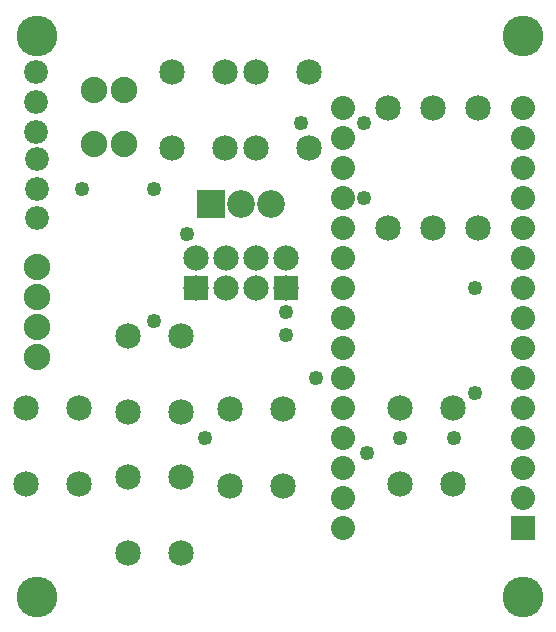
<source format=gts>
G04 MADE WITH FRITZING*
G04 WWW.FRITZING.ORG*
G04 DOUBLE SIDED*
G04 HOLES PLATED*
G04 CONTOUR ON CENTER OF CONTOUR VECTOR*
%ASAXBY*%
%FSLAX23Y23*%
%MOIN*%
%OFA0B0*%
%SFA1.0B1.0*%
%ADD10C,0.092000*%
%ADD11C,0.079444*%
%ADD12C,0.080000*%
%ADD13C,0.085000*%
%ADD14C,0.084472*%
%ADD15C,0.088000*%
%ADD16C,0.049370*%
%ADD17C,0.135984*%
%ADD18R,0.092000X0.092000*%
%ADD19R,0.079972X0.080000*%
%ADD20R,0.084472X0.084108*%
%LNMASK1*%
G90*
G70*
G54D10*
X676Y1398D03*
X776Y1398D03*
X876Y1398D03*
G54D11*
X94Y1836D03*
X94Y1736D03*
X94Y1636D03*
G54D12*
X1717Y318D03*
X1717Y418D03*
X1717Y518D03*
X1717Y618D03*
X1717Y718D03*
X1717Y818D03*
X1717Y918D03*
X1717Y1018D03*
X1717Y1118D03*
X1717Y1218D03*
X1717Y1318D03*
X1717Y1418D03*
X1717Y1518D03*
X1717Y1618D03*
X1717Y1718D03*
X1117Y318D03*
X1117Y418D03*
X1117Y518D03*
X1117Y618D03*
X1117Y718D03*
X1117Y818D03*
X1117Y918D03*
X1117Y1018D03*
X1117Y1118D03*
X1117Y1218D03*
X1117Y1318D03*
X1117Y1418D03*
X1117Y1518D03*
X1117Y1618D03*
X1117Y1718D03*
G54D11*
X97Y1548D03*
X97Y1448D03*
X97Y1349D03*
G54D13*
X1267Y1718D03*
X1267Y1318D03*
X725Y1838D03*
X725Y1582D03*
X547Y1838D03*
X547Y1582D03*
X1005Y1838D03*
X1005Y1582D03*
X827Y1838D03*
X827Y1582D03*
G54D14*
X928Y1118D03*
X928Y1218D03*
X827Y1118D03*
X827Y1218D03*
X727Y1118D03*
X727Y1218D03*
X626Y1118D03*
X626Y1218D03*
X928Y1118D03*
X928Y1218D03*
X827Y1118D03*
X827Y1218D03*
X727Y1118D03*
X727Y1218D03*
X626Y1118D03*
X626Y1218D03*
G54D13*
X1567Y1718D03*
X1567Y1318D03*
X1417Y1718D03*
X1417Y1318D03*
G54D15*
X287Y1598D03*
X387Y1598D03*
X287Y1778D03*
X387Y1778D03*
X97Y888D03*
X97Y988D03*
X97Y1088D03*
X97Y1188D03*
G54D16*
X1027Y818D03*
X1557Y1118D03*
X1557Y768D03*
X1197Y568D03*
X657Y618D03*
X247Y1448D03*
X487Y1448D03*
X1187Y1418D03*
X597Y1298D03*
G54D13*
X238Y718D03*
X238Y462D03*
X61Y718D03*
X61Y462D03*
X400Y232D03*
X400Y488D03*
X577Y232D03*
X577Y488D03*
X400Y702D03*
X400Y958D03*
X577Y702D03*
X577Y958D03*
X740Y458D03*
X740Y714D03*
X917Y458D03*
X917Y714D03*
X1485Y718D03*
X1485Y462D03*
X1307Y718D03*
X1307Y462D03*
G54D17*
X97Y88D03*
X97Y1958D03*
X1717Y1958D03*
X1717Y88D03*
G54D16*
X487Y1008D03*
X1307Y618D03*
X1487Y618D03*
X928Y1038D03*
X928Y959D03*
X977Y1668D03*
X1187Y1668D03*
G54D18*
X676Y1398D03*
G54D19*
X1717Y318D03*
G54D20*
X928Y1118D03*
X928Y1118D03*
X626Y1118D03*
G04 End of Mask1*
M02*
</source>
